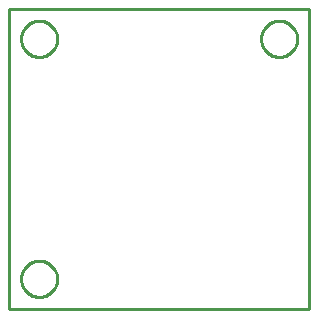
<source format=gko>
G04 EAGLE Gerber RS-274X export*
G75*
%MOMM*%
%FSLAX34Y34*%
%LPD*%
%IN*%
%IPPOS*%
%AMOC8*
5,1,8,0,0,1.08239X$1,22.5*%
G01*
%ADD10C,0.203200*%
%ADD11C,0.000000*%
%ADD12C,0.254000*%


D10*
X0Y0D02*
X0Y254000D01*
X254000Y254000D01*
X254000Y0D01*
X0Y0D01*
D11*
X213360Y228600D02*
X213365Y228974D01*
X213378Y229348D01*
X213401Y229721D01*
X213433Y230094D01*
X213475Y230466D01*
X213525Y230836D01*
X213584Y231205D01*
X213653Y231573D01*
X213730Y231939D01*
X213817Y232303D01*
X213912Y232665D01*
X214016Y233024D01*
X214129Y233381D01*
X214251Y233734D01*
X214381Y234085D01*
X214520Y234432D01*
X214667Y234776D01*
X214823Y235116D01*
X214987Y235452D01*
X215160Y235784D01*
X215340Y236112D01*
X215528Y236435D01*
X215724Y236753D01*
X215928Y237067D01*
X216140Y237375D01*
X216359Y237678D01*
X216586Y237976D01*
X216819Y238268D01*
X217060Y238554D01*
X217308Y238835D01*
X217562Y239109D01*
X217824Y239376D01*
X218091Y239638D01*
X218365Y239892D01*
X218646Y240140D01*
X218932Y240381D01*
X219224Y240614D01*
X219522Y240841D01*
X219825Y241060D01*
X220133Y241272D01*
X220447Y241476D01*
X220765Y241672D01*
X221088Y241860D01*
X221416Y242040D01*
X221748Y242213D01*
X222084Y242377D01*
X222424Y242533D01*
X222768Y242680D01*
X223115Y242819D01*
X223466Y242949D01*
X223819Y243071D01*
X224176Y243184D01*
X224535Y243288D01*
X224897Y243383D01*
X225261Y243470D01*
X225627Y243547D01*
X225995Y243616D01*
X226364Y243675D01*
X226734Y243725D01*
X227106Y243767D01*
X227479Y243799D01*
X227852Y243822D01*
X228226Y243835D01*
X228600Y243840D01*
X228974Y243835D01*
X229348Y243822D01*
X229721Y243799D01*
X230094Y243767D01*
X230466Y243725D01*
X230836Y243675D01*
X231205Y243616D01*
X231573Y243547D01*
X231939Y243470D01*
X232303Y243383D01*
X232665Y243288D01*
X233024Y243184D01*
X233381Y243071D01*
X233734Y242949D01*
X234085Y242819D01*
X234432Y242680D01*
X234776Y242533D01*
X235116Y242377D01*
X235452Y242213D01*
X235784Y242040D01*
X236112Y241860D01*
X236435Y241672D01*
X236753Y241476D01*
X237067Y241272D01*
X237375Y241060D01*
X237678Y240841D01*
X237976Y240614D01*
X238268Y240381D01*
X238554Y240140D01*
X238835Y239892D01*
X239109Y239638D01*
X239376Y239376D01*
X239638Y239109D01*
X239892Y238835D01*
X240140Y238554D01*
X240381Y238268D01*
X240614Y237976D01*
X240841Y237678D01*
X241060Y237375D01*
X241272Y237067D01*
X241476Y236753D01*
X241672Y236435D01*
X241860Y236112D01*
X242040Y235784D01*
X242213Y235452D01*
X242377Y235116D01*
X242533Y234776D01*
X242680Y234432D01*
X242819Y234085D01*
X242949Y233734D01*
X243071Y233381D01*
X243184Y233024D01*
X243288Y232665D01*
X243383Y232303D01*
X243470Y231939D01*
X243547Y231573D01*
X243616Y231205D01*
X243675Y230836D01*
X243725Y230466D01*
X243767Y230094D01*
X243799Y229721D01*
X243822Y229348D01*
X243835Y228974D01*
X243840Y228600D01*
X243835Y228226D01*
X243822Y227852D01*
X243799Y227479D01*
X243767Y227106D01*
X243725Y226734D01*
X243675Y226364D01*
X243616Y225995D01*
X243547Y225627D01*
X243470Y225261D01*
X243383Y224897D01*
X243288Y224535D01*
X243184Y224176D01*
X243071Y223819D01*
X242949Y223466D01*
X242819Y223115D01*
X242680Y222768D01*
X242533Y222424D01*
X242377Y222084D01*
X242213Y221748D01*
X242040Y221416D01*
X241860Y221088D01*
X241672Y220765D01*
X241476Y220447D01*
X241272Y220133D01*
X241060Y219825D01*
X240841Y219522D01*
X240614Y219224D01*
X240381Y218932D01*
X240140Y218646D01*
X239892Y218365D01*
X239638Y218091D01*
X239376Y217824D01*
X239109Y217562D01*
X238835Y217308D01*
X238554Y217060D01*
X238268Y216819D01*
X237976Y216586D01*
X237678Y216359D01*
X237375Y216140D01*
X237067Y215928D01*
X236753Y215724D01*
X236435Y215528D01*
X236112Y215340D01*
X235784Y215160D01*
X235452Y214987D01*
X235116Y214823D01*
X234776Y214667D01*
X234432Y214520D01*
X234085Y214381D01*
X233734Y214251D01*
X233381Y214129D01*
X233024Y214016D01*
X232665Y213912D01*
X232303Y213817D01*
X231939Y213730D01*
X231573Y213653D01*
X231205Y213584D01*
X230836Y213525D01*
X230466Y213475D01*
X230094Y213433D01*
X229721Y213401D01*
X229348Y213378D01*
X228974Y213365D01*
X228600Y213360D01*
X228226Y213365D01*
X227852Y213378D01*
X227479Y213401D01*
X227106Y213433D01*
X226734Y213475D01*
X226364Y213525D01*
X225995Y213584D01*
X225627Y213653D01*
X225261Y213730D01*
X224897Y213817D01*
X224535Y213912D01*
X224176Y214016D01*
X223819Y214129D01*
X223466Y214251D01*
X223115Y214381D01*
X222768Y214520D01*
X222424Y214667D01*
X222084Y214823D01*
X221748Y214987D01*
X221416Y215160D01*
X221088Y215340D01*
X220765Y215528D01*
X220447Y215724D01*
X220133Y215928D01*
X219825Y216140D01*
X219522Y216359D01*
X219224Y216586D01*
X218932Y216819D01*
X218646Y217060D01*
X218365Y217308D01*
X218091Y217562D01*
X217824Y217824D01*
X217562Y218091D01*
X217308Y218365D01*
X217060Y218646D01*
X216819Y218932D01*
X216586Y219224D01*
X216359Y219522D01*
X216140Y219825D01*
X215928Y220133D01*
X215724Y220447D01*
X215528Y220765D01*
X215340Y221088D01*
X215160Y221416D01*
X214987Y221748D01*
X214823Y222084D01*
X214667Y222424D01*
X214520Y222768D01*
X214381Y223115D01*
X214251Y223466D01*
X214129Y223819D01*
X214016Y224176D01*
X213912Y224535D01*
X213817Y224897D01*
X213730Y225261D01*
X213653Y225627D01*
X213584Y225995D01*
X213525Y226364D01*
X213475Y226734D01*
X213433Y227106D01*
X213401Y227479D01*
X213378Y227852D01*
X213365Y228226D01*
X213360Y228600D01*
X10160Y228600D02*
X10165Y228974D01*
X10178Y229348D01*
X10201Y229721D01*
X10233Y230094D01*
X10275Y230466D01*
X10325Y230836D01*
X10384Y231205D01*
X10453Y231573D01*
X10530Y231939D01*
X10617Y232303D01*
X10712Y232665D01*
X10816Y233024D01*
X10929Y233381D01*
X11051Y233734D01*
X11181Y234085D01*
X11320Y234432D01*
X11467Y234776D01*
X11623Y235116D01*
X11787Y235452D01*
X11960Y235784D01*
X12140Y236112D01*
X12328Y236435D01*
X12524Y236753D01*
X12728Y237067D01*
X12940Y237375D01*
X13159Y237678D01*
X13386Y237976D01*
X13619Y238268D01*
X13860Y238554D01*
X14108Y238835D01*
X14362Y239109D01*
X14624Y239376D01*
X14891Y239638D01*
X15165Y239892D01*
X15446Y240140D01*
X15732Y240381D01*
X16024Y240614D01*
X16322Y240841D01*
X16625Y241060D01*
X16933Y241272D01*
X17247Y241476D01*
X17565Y241672D01*
X17888Y241860D01*
X18216Y242040D01*
X18548Y242213D01*
X18884Y242377D01*
X19224Y242533D01*
X19568Y242680D01*
X19915Y242819D01*
X20266Y242949D01*
X20619Y243071D01*
X20976Y243184D01*
X21335Y243288D01*
X21697Y243383D01*
X22061Y243470D01*
X22427Y243547D01*
X22795Y243616D01*
X23164Y243675D01*
X23534Y243725D01*
X23906Y243767D01*
X24279Y243799D01*
X24652Y243822D01*
X25026Y243835D01*
X25400Y243840D01*
X25774Y243835D01*
X26148Y243822D01*
X26521Y243799D01*
X26894Y243767D01*
X27266Y243725D01*
X27636Y243675D01*
X28005Y243616D01*
X28373Y243547D01*
X28739Y243470D01*
X29103Y243383D01*
X29465Y243288D01*
X29824Y243184D01*
X30181Y243071D01*
X30534Y242949D01*
X30885Y242819D01*
X31232Y242680D01*
X31576Y242533D01*
X31916Y242377D01*
X32252Y242213D01*
X32584Y242040D01*
X32912Y241860D01*
X33235Y241672D01*
X33553Y241476D01*
X33867Y241272D01*
X34175Y241060D01*
X34478Y240841D01*
X34776Y240614D01*
X35068Y240381D01*
X35354Y240140D01*
X35635Y239892D01*
X35909Y239638D01*
X36176Y239376D01*
X36438Y239109D01*
X36692Y238835D01*
X36940Y238554D01*
X37181Y238268D01*
X37414Y237976D01*
X37641Y237678D01*
X37860Y237375D01*
X38072Y237067D01*
X38276Y236753D01*
X38472Y236435D01*
X38660Y236112D01*
X38840Y235784D01*
X39013Y235452D01*
X39177Y235116D01*
X39333Y234776D01*
X39480Y234432D01*
X39619Y234085D01*
X39749Y233734D01*
X39871Y233381D01*
X39984Y233024D01*
X40088Y232665D01*
X40183Y232303D01*
X40270Y231939D01*
X40347Y231573D01*
X40416Y231205D01*
X40475Y230836D01*
X40525Y230466D01*
X40567Y230094D01*
X40599Y229721D01*
X40622Y229348D01*
X40635Y228974D01*
X40640Y228600D01*
X40635Y228226D01*
X40622Y227852D01*
X40599Y227479D01*
X40567Y227106D01*
X40525Y226734D01*
X40475Y226364D01*
X40416Y225995D01*
X40347Y225627D01*
X40270Y225261D01*
X40183Y224897D01*
X40088Y224535D01*
X39984Y224176D01*
X39871Y223819D01*
X39749Y223466D01*
X39619Y223115D01*
X39480Y222768D01*
X39333Y222424D01*
X39177Y222084D01*
X39013Y221748D01*
X38840Y221416D01*
X38660Y221088D01*
X38472Y220765D01*
X38276Y220447D01*
X38072Y220133D01*
X37860Y219825D01*
X37641Y219522D01*
X37414Y219224D01*
X37181Y218932D01*
X36940Y218646D01*
X36692Y218365D01*
X36438Y218091D01*
X36176Y217824D01*
X35909Y217562D01*
X35635Y217308D01*
X35354Y217060D01*
X35068Y216819D01*
X34776Y216586D01*
X34478Y216359D01*
X34175Y216140D01*
X33867Y215928D01*
X33553Y215724D01*
X33235Y215528D01*
X32912Y215340D01*
X32584Y215160D01*
X32252Y214987D01*
X31916Y214823D01*
X31576Y214667D01*
X31232Y214520D01*
X30885Y214381D01*
X30534Y214251D01*
X30181Y214129D01*
X29824Y214016D01*
X29465Y213912D01*
X29103Y213817D01*
X28739Y213730D01*
X28373Y213653D01*
X28005Y213584D01*
X27636Y213525D01*
X27266Y213475D01*
X26894Y213433D01*
X26521Y213401D01*
X26148Y213378D01*
X25774Y213365D01*
X25400Y213360D01*
X25026Y213365D01*
X24652Y213378D01*
X24279Y213401D01*
X23906Y213433D01*
X23534Y213475D01*
X23164Y213525D01*
X22795Y213584D01*
X22427Y213653D01*
X22061Y213730D01*
X21697Y213817D01*
X21335Y213912D01*
X20976Y214016D01*
X20619Y214129D01*
X20266Y214251D01*
X19915Y214381D01*
X19568Y214520D01*
X19224Y214667D01*
X18884Y214823D01*
X18548Y214987D01*
X18216Y215160D01*
X17888Y215340D01*
X17565Y215528D01*
X17247Y215724D01*
X16933Y215928D01*
X16625Y216140D01*
X16322Y216359D01*
X16024Y216586D01*
X15732Y216819D01*
X15446Y217060D01*
X15165Y217308D01*
X14891Y217562D01*
X14624Y217824D01*
X14362Y218091D01*
X14108Y218365D01*
X13860Y218646D01*
X13619Y218932D01*
X13386Y219224D01*
X13159Y219522D01*
X12940Y219825D01*
X12728Y220133D01*
X12524Y220447D01*
X12328Y220765D01*
X12140Y221088D01*
X11960Y221416D01*
X11787Y221748D01*
X11623Y222084D01*
X11467Y222424D01*
X11320Y222768D01*
X11181Y223115D01*
X11051Y223466D01*
X10929Y223819D01*
X10816Y224176D01*
X10712Y224535D01*
X10617Y224897D01*
X10530Y225261D01*
X10453Y225627D01*
X10384Y225995D01*
X10325Y226364D01*
X10275Y226734D01*
X10233Y227106D01*
X10201Y227479D01*
X10178Y227852D01*
X10165Y228226D01*
X10160Y228600D01*
X10160Y25400D02*
X10165Y25774D01*
X10178Y26148D01*
X10201Y26521D01*
X10233Y26894D01*
X10275Y27266D01*
X10325Y27636D01*
X10384Y28005D01*
X10453Y28373D01*
X10530Y28739D01*
X10617Y29103D01*
X10712Y29465D01*
X10816Y29824D01*
X10929Y30181D01*
X11051Y30534D01*
X11181Y30885D01*
X11320Y31232D01*
X11467Y31576D01*
X11623Y31916D01*
X11787Y32252D01*
X11960Y32584D01*
X12140Y32912D01*
X12328Y33235D01*
X12524Y33553D01*
X12728Y33867D01*
X12940Y34175D01*
X13159Y34478D01*
X13386Y34776D01*
X13619Y35068D01*
X13860Y35354D01*
X14108Y35635D01*
X14362Y35909D01*
X14624Y36176D01*
X14891Y36438D01*
X15165Y36692D01*
X15446Y36940D01*
X15732Y37181D01*
X16024Y37414D01*
X16322Y37641D01*
X16625Y37860D01*
X16933Y38072D01*
X17247Y38276D01*
X17565Y38472D01*
X17888Y38660D01*
X18216Y38840D01*
X18548Y39013D01*
X18884Y39177D01*
X19224Y39333D01*
X19568Y39480D01*
X19915Y39619D01*
X20266Y39749D01*
X20619Y39871D01*
X20976Y39984D01*
X21335Y40088D01*
X21697Y40183D01*
X22061Y40270D01*
X22427Y40347D01*
X22795Y40416D01*
X23164Y40475D01*
X23534Y40525D01*
X23906Y40567D01*
X24279Y40599D01*
X24652Y40622D01*
X25026Y40635D01*
X25400Y40640D01*
X25774Y40635D01*
X26148Y40622D01*
X26521Y40599D01*
X26894Y40567D01*
X27266Y40525D01*
X27636Y40475D01*
X28005Y40416D01*
X28373Y40347D01*
X28739Y40270D01*
X29103Y40183D01*
X29465Y40088D01*
X29824Y39984D01*
X30181Y39871D01*
X30534Y39749D01*
X30885Y39619D01*
X31232Y39480D01*
X31576Y39333D01*
X31916Y39177D01*
X32252Y39013D01*
X32584Y38840D01*
X32912Y38660D01*
X33235Y38472D01*
X33553Y38276D01*
X33867Y38072D01*
X34175Y37860D01*
X34478Y37641D01*
X34776Y37414D01*
X35068Y37181D01*
X35354Y36940D01*
X35635Y36692D01*
X35909Y36438D01*
X36176Y36176D01*
X36438Y35909D01*
X36692Y35635D01*
X36940Y35354D01*
X37181Y35068D01*
X37414Y34776D01*
X37641Y34478D01*
X37860Y34175D01*
X38072Y33867D01*
X38276Y33553D01*
X38472Y33235D01*
X38660Y32912D01*
X38840Y32584D01*
X39013Y32252D01*
X39177Y31916D01*
X39333Y31576D01*
X39480Y31232D01*
X39619Y30885D01*
X39749Y30534D01*
X39871Y30181D01*
X39984Y29824D01*
X40088Y29465D01*
X40183Y29103D01*
X40270Y28739D01*
X40347Y28373D01*
X40416Y28005D01*
X40475Y27636D01*
X40525Y27266D01*
X40567Y26894D01*
X40599Y26521D01*
X40622Y26148D01*
X40635Y25774D01*
X40640Y25400D01*
X40635Y25026D01*
X40622Y24652D01*
X40599Y24279D01*
X40567Y23906D01*
X40525Y23534D01*
X40475Y23164D01*
X40416Y22795D01*
X40347Y22427D01*
X40270Y22061D01*
X40183Y21697D01*
X40088Y21335D01*
X39984Y20976D01*
X39871Y20619D01*
X39749Y20266D01*
X39619Y19915D01*
X39480Y19568D01*
X39333Y19224D01*
X39177Y18884D01*
X39013Y18548D01*
X38840Y18216D01*
X38660Y17888D01*
X38472Y17565D01*
X38276Y17247D01*
X38072Y16933D01*
X37860Y16625D01*
X37641Y16322D01*
X37414Y16024D01*
X37181Y15732D01*
X36940Y15446D01*
X36692Y15165D01*
X36438Y14891D01*
X36176Y14624D01*
X35909Y14362D01*
X35635Y14108D01*
X35354Y13860D01*
X35068Y13619D01*
X34776Y13386D01*
X34478Y13159D01*
X34175Y12940D01*
X33867Y12728D01*
X33553Y12524D01*
X33235Y12328D01*
X32912Y12140D01*
X32584Y11960D01*
X32252Y11787D01*
X31916Y11623D01*
X31576Y11467D01*
X31232Y11320D01*
X30885Y11181D01*
X30534Y11051D01*
X30181Y10929D01*
X29824Y10816D01*
X29465Y10712D01*
X29103Y10617D01*
X28739Y10530D01*
X28373Y10453D01*
X28005Y10384D01*
X27636Y10325D01*
X27266Y10275D01*
X26894Y10233D01*
X26521Y10201D01*
X26148Y10178D01*
X25774Y10165D01*
X25400Y10160D01*
X25026Y10165D01*
X24652Y10178D01*
X24279Y10201D01*
X23906Y10233D01*
X23534Y10275D01*
X23164Y10325D01*
X22795Y10384D01*
X22427Y10453D01*
X22061Y10530D01*
X21697Y10617D01*
X21335Y10712D01*
X20976Y10816D01*
X20619Y10929D01*
X20266Y11051D01*
X19915Y11181D01*
X19568Y11320D01*
X19224Y11467D01*
X18884Y11623D01*
X18548Y11787D01*
X18216Y11960D01*
X17888Y12140D01*
X17565Y12328D01*
X17247Y12524D01*
X16933Y12728D01*
X16625Y12940D01*
X16322Y13159D01*
X16024Y13386D01*
X15732Y13619D01*
X15446Y13860D01*
X15165Y14108D01*
X14891Y14362D01*
X14624Y14624D01*
X14362Y14891D01*
X14108Y15165D01*
X13860Y15446D01*
X13619Y15732D01*
X13386Y16024D01*
X13159Y16322D01*
X12940Y16625D01*
X12728Y16933D01*
X12524Y17247D01*
X12328Y17565D01*
X12140Y17888D01*
X11960Y18216D01*
X11787Y18548D01*
X11623Y18884D01*
X11467Y19224D01*
X11320Y19568D01*
X11181Y19915D01*
X11051Y20266D01*
X10929Y20619D01*
X10816Y20976D01*
X10712Y21335D01*
X10617Y21697D01*
X10530Y22061D01*
X10453Y22427D01*
X10384Y22795D01*
X10325Y23164D01*
X10275Y23534D01*
X10233Y23906D01*
X10201Y24279D01*
X10178Y24652D01*
X10165Y25026D01*
X10160Y25400D01*
D12*
X0Y0D02*
X254000Y0D01*
X254000Y254000D01*
X0Y254000D01*
X0Y0D01*
X243840Y228056D02*
X243762Y226970D01*
X243607Y225892D01*
X243376Y224829D01*
X243069Y223784D01*
X242689Y222764D01*
X242237Y221774D01*
X241715Y220819D01*
X241126Y219903D01*
X240474Y219031D01*
X239761Y218209D01*
X238991Y217439D01*
X238169Y216726D01*
X237297Y216074D01*
X236381Y215485D01*
X235426Y214963D01*
X234436Y214511D01*
X233416Y214131D01*
X232371Y213824D01*
X231308Y213593D01*
X230230Y213438D01*
X229144Y213360D01*
X228056Y213360D01*
X226970Y213438D01*
X225892Y213593D01*
X224829Y213824D01*
X223784Y214131D01*
X222764Y214511D01*
X221774Y214963D01*
X220819Y215485D01*
X219903Y216074D01*
X219031Y216726D01*
X218209Y217439D01*
X217439Y218209D01*
X216726Y219031D01*
X216074Y219903D01*
X215485Y220819D01*
X214963Y221774D01*
X214511Y222764D01*
X214131Y223784D01*
X213824Y224829D01*
X213593Y225892D01*
X213438Y226970D01*
X213360Y228056D01*
X213360Y229144D01*
X213438Y230230D01*
X213593Y231308D01*
X213824Y232371D01*
X214131Y233416D01*
X214511Y234436D01*
X214963Y235426D01*
X215485Y236381D01*
X216074Y237297D01*
X216726Y238169D01*
X217439Y238991D01*
X218209Y239761D01*
X219031Y240474D01*
X219903Y241126D01*
X220819Y241715D01*
X221774Y242237D01*
X222764Y242689D01*
X223784Y243069D01*
X224829Y243376D01*
X225892Y243607D01*
X226970Y243762D01*
X228056Y243840D01*
X229144Y243840D01*
X230230Y243762D01*
X231308Y243607D01*
X232371Y243376D01*
X233416Y243069D01*
X234436Y242689D01*
X235426Y242237D01*
X236381Y241715D01*
X237297Y241126D01*
X238169Y240474D01*
X238991Y239761D01*
X239761Y238991D01*
X240474Y238169D01*
X241126Y237297D01*
X241715Y236381D01*
X242237Y235426D01*
X242689Y234436D01*
X243069Y233416D01*
X243376Y232371D01*
X243607Y231308D01*
X243762Y230230D01*
X243840Y229144D01*
X243840Y228056D01*
X40640Y228056D02*
X40562Y226970D01*
X40407Y225892D01*
X40176Y224829D01*
X39869Y223784D01*
X39489Y222764D01*
X39037Y221774D01*
X38515Y220819D01*
X37926Y219903D01*
X37274Y219031D01*
X36561Y218209D01*
X35791Y217439D01*
X34969Y216726D01*
X34097Y216074D01*
X33181Y215485D01*
X32226Y214963D01*
X31236Y214511D01*
X30216Y214131D01*
X29171Y213824D01*
X28108Y213593D01*
X27030Y213438D01*
X25944Y213360D01*
X24856Y213360D01*
X23770Y213438D01*
X22692Y213593D01*
X21629Y213824D01*
X20584Y214131D01*
X19564Y214511D01*
X18574Y214963D01*
X17619Y215485D01*
X16703Y216074D01*
X15831Y216726D01*
X15009Y217439D01*
X14239Y218209D01*
X13526Y219031D01*
X12874Y219903D01*
X12285Y220819D01*
X11763Y221774D01*
X11311Y222764D01*
X10931Y223784D01*
X10624Y224829D01*
X10393Y225892D01*
X10238Y226970D01*
X10160Y228056D01*
X10160Y229144D01*
X10238Y230230D01*
X10393Y231308D01*
X10624Y232371D01*
X10931Y233416D01*
X11311Y234436D01*
X11763Y235426D01*
X12285Y236381D01*
X12874Y237297D01*
X13526Y238169D01*
X14239Y238991D01*
X15009Y239761D01*
X15831Y240474D01*
X16703Y241126D01*
X17619Y241715D01*
X18574Y242237D01*
X19564Y242689D01*
X20584Y243069D01*
X21629Y243376D01*
X22692Y243607D01*
X23770Y243762D01*
X24856Y243840D01*
X25944Y243840D01*
X27030Y243762D01*
X28108Y243607D01*
X29171Y243376D01*
X30216Y243069D01*
X31236Y242689D01*
X32226Y242237D01*
X33181Y241715D01*
X34097Y241126D01*
X34969Y240474D01*
X35791Y239761D01*
X36561Y238991D01*
X37274Y238169D01*
X37926Y237297D01*
X38515Y236381D01*
X39037Y235426D01*
X39489Y234436D01*
X39869Y233416D01*
X40176Y232371D01*
X40407Y231308D01*
X40562Y230230D01*
X40640Y229144D01*
X40640Y228056D01*
X40640Y24856D02*
X40562Y23770D01*
X40407Y22692D01*
X40176Y21629D01*
X39869Y20584D01*
X39489Y19564D01*
X39037Y18574D01*
X38515Y17619D01*
X37926Y16703D01*
X37274Y15831D01*
X36561Y15009D01*
X35791Y14239D01*
X34969Y13526D01*
X34097Y12874D01*
X33181Y12285D01*
X32226Y11763D01*
X31236Y11311D01*
X30216Y10931D01*
X29171Y10624D01*
X28108Y10393D01*
X27030Y10238D01*
X25944Y10160D01*
X24856Y10160D01*
X23770Y10238D01*
X22692Y10393D01*
X21629Y10624D01*
X20584Y10931D01*
X19564Y11311D01*
X18574Y11763D01*
X17619Y12285D01*
X16703Y12874D01*
X15831Y13526D01*
X15009Y14239D01*
X14239Y15009D01*
X13526Y15831D01*
X12874Y16703D01*
X12285Y17619D01*
X11763Y18574D01*
X11311Y19564D01*
X10931Y20584D01*
X10624Y21629D01*
X10393Y22692D01*
X10238Y23770D01*
X10160Y24856D01*
X10160Y25944D01*
X10238Y27030D01*
X10393Y28108D01*
X10624Y29171D01*
X10931Y30216D01*
X11311Y31236D01*
X11763Y32226D01*
X12285Y33181D01*
X12874Y34097D01*
X13526Y34969D01*
X14239Y35791D01*
X15009Y36561D01*
X15831Y37274D01*
X16703Y37926D01*
X17619Y38515D01*
X18574Y39037D01*
X19564Y39489D01*
X20584Y39869D01*
X21629Y40176D01*
X22692Y40407D01*
X23770Y40562D01*
X24856Y40640D01*
X25944Y40640D01*
X27030Y40562D01*
X28108Y40407D01*
X29171Y40176D01*
X30216Y39869D01*
X31236Y39489D01*
X32226Y39037D01*
X33181Y38515D01*
X34097Y37926D01*
X34969Y37274D01*
X35791Y36561D01*
X36561Y35791D01*
X37274Y34969D01*
X37926Y34097D01*
X38515Y33181D01*
X39037Y32226D01*
X39489Y31236D01*
X39869Y30216D01*
X40176Y29171D01*
X40407Y28108D01*
X40562Y27030D01*
X40640Y25944D01*
X40640Y24856D01*
M02*

</source>
